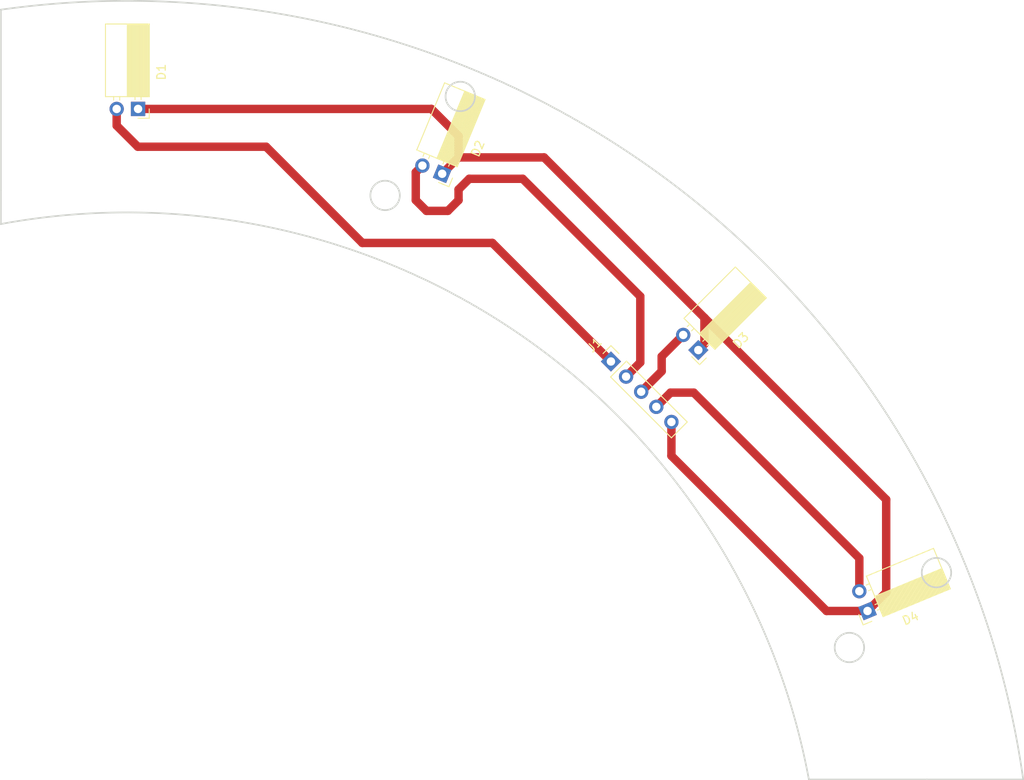
<source format=kicad_pcb>
(kicad_pcb (version 20211014) (generator pcbnew)
  (layers (0 "F.Cu" signal) (31 "B.Cu" signal) (34 "B.Paste" user) (35 "F.Paste" user) (36 "B.SilkS" user "B.Silkscreen") (37 "F.SilkS" user "F.Silkscreen") (38 "B.Mask" user) (39 "F.Mask" user) (44 "Edge.Cuts" user))
  (net 0 "")
  (net 1 "GND")
  (net 2 "Net-(D1-Pad2)")
  (net 3 "Net-(D2-Pad2)")
  (net 4 "Net-(D3-Pad2)")
  (net 5 "Net-(D4-Pad2)")
  (footprint "Connector_PinSocket_2.54mm:PinSocket_1x02_P2.54mm_Horizontal" (layer "F.Cu") (at 1.3 -94.66 -90)
    (fp_text reference "D1" (at -4.38 -2.77 90) (layer "F.SilkS"))
    (fp_text value "LED")
    (fp_line (start -10.09 -0.50143) (end -1.46 -0.50143) (layer "F.SilkS") (width 0.12))
    (fp_line (start -1.46 2.9) (end -1.05 2.9) (layer "F.SilkS") (width 0.12))
    (fp_line (start -10.09 -0.97381) (end -1.46 -0.97381) (layer "F.SilkS") (width 0.12))
    (fp_line (start -1.46 -1.33) (end -1.46 3.87) (layer "F.SilkS") (width 0.12))
    (fp_line (start -10.09 -1.33) (end -10.09 3.87) (layer "F.SilkS") (width 0.12))
    (fp_line (start -10.09 0.91571) (end -1.46 0.91571) (layer "F.SilkS") (width 0.12))
    (fp_line (start -10.09 1.27) (end -1.46 1.27) (layer "F.SilkS") (width 0.12))
    (fp_line (start -10.09 -0.73762) (end -1.46 -0.73762) (layer "F.SilkS") (width 0.12))
    (fp_line (start -10.09 -1.33) (end -1.46 -1.33) (layer "F.SilkS") (width 0.12))
    (fp_line (start -10.09 0.20714) (end -1.46 0.20714) (layer "F.SilkS") (width 0.12))
    (fp_line (start -10.09 -0.26524) (end -1.46 -0.26524) (layer "F.SilkS") (width 0.12))
    (fp_line (start -10.09 3.87) (end -1.46 3.87) (layer "F.SilkS") (width 0.12))
    (fp_line (start -10.09 0.089045) (end -1.46 0.089045) (layer "F.SilkS") (width 0.12))
    (fp_line (start -10.09 0.797615) (end -1.46 0.797615) (layer "F.SilkS") (width 0.12))
    (fp_line (start 0 -1.33) (end 1.11 -1.33) (layer "F.SilkS") (width 0.12))
    (fp_line (start -10.09 0.67952) (end -1.46 0.67952) (layer "F.SilkS") (width 0.12))
    (fp_line (start -10.09 1.1519) (end -1.46 1.1519) (layer "F.SilkS") (width 0.12))
    (fp_line (start -1.46 2.18) (end -1.05 2.18) (layer "F.SilkS") (width 0.12))
    (fp_line (start -10.09 -0.02905) (end -1.46 -0.02905) (layer "F.SilkS") (width 0.12))
    (fp_line (start -10.09 -1.21) (end -1.46 -1.21) (layer "F.SilkS") (width 0.12))
    (fp_line (start -10.09 -0.147145) (end -1.46 -0.147145) (layer "F.SilkS") (width 0.12))
    (fp_line (start -10.09 1.033805) (end -1.46 1.033805) (layer "F.SilkS") (width 0.12))
    (fp_line (start -10.09 -1.091905) (end -1.46 -1.091905) (layer "F.SilkS") (width 0.12))
    (fp_line (start -10.09 0.44333) (end -1.46 0.44333) (layer "F.SilkS") (width 0.12))
    (fp_line (start -10.09 -0.855715) (end -1.46 -0.855715) (layer "F.SilkS") (width 0.12))
    (fp_line (start -10.09 0.325235) (end -1.46 0.325235) (layer "F.SilkS") (width 0.12))
    (fp_line (start 1.11 -1.33) (end 1.11 0) (layer "F.SilkS") (width 0.12))
    (fp_line (start -1.46 -0.36) (end -1.11 -0.36) (layer "F.SilkS") (width 0.12))
    (fp_line (start -1.46 0.36) (end -1.11 0.36) (layer "F.SilkS") (width 0.12))
    (fp_line (start -10.09 0.561425) (end -1.46 0.561425) (layer "F.SilkS") (width 0.12))
    (fp_line (start -10.09 -0.619525) (end -1.46 -0.619525) (layer "F.SilkS") (width 0.12))
    (fp_line (start -10.09 -0.383335) (end -1.46 -0.383335) (layer "F.SilkS") (width 0.12))
    (pad "1" thru_hole rect (at 0 0 270) (size 1.7 1.7) (drill 1) (layers *.Cu *.Mask) (net 1 "GND"))
    (pad "2" thru_hole oval (at 0 2.54 270) (size 1.7 1.7) (drill 1) (layers *.Cu *.Mask) (net 2 "Net-(D1-Pad2)"))
  )
  (footprint "Connector_PinSocket_2.54mm:PinSocket_1x05_P2.54mm_Vertical" (layer "F.Cu") (at 57.473639 -64.657844 45)
    (fp_text reference "J1" (at 0 -2.77 45) (layer "F.SilkS"))
    (fp_text value "Front_LED")
    (fp_line (start 1.33 -1.33) (end 1.33 0) (layer "F.SilkS") (width 0.12))
    (fp_line (start -1.33 11.49) (end 1.33 11.49) (layer "F.SilkS") (width 0.12))
    (fp_line (start -1.33 1.27) (end -1.33 11.49) (layer "F.SilkS") (width 0.12))
    (fp_line (start 1.33 1.27) (end 1.33 11.49) (layer "F.SilkS") (width 0.12))
    (fp_line (start -1.33 1.27) (end 1.33 1.27) (layer "F.SilkS") (width 0.12))
    (fp_line (start 0 -1.33) (end 1.33 -1.33) (layer "F.SilkS") (width 0.12))
    (pad "1" thru_hole rect (at 0 0 45) (size 1.7 1.7) (drill 1) (layers *.Cu *.Mask) (net 2 "Net-(D1-Pad2)"))
    (pad "2" thru_hole oval (at 0 2.54 45) (size 1.7 1.7) (drill 1) (layers *.Cu *.Mask) (net 3 "Net-(D2-Pad2)"))
    (pad "3" thru_hole oval (at 0 5.08 45) (size 1.7 1.7) (drill 1) (layers *.Cu *.Mask) (net 4 "Net-(D3-Pad2)"))
    (pad "4" thru_hole oval (at 0 7.62 45) (size 1.7 1.7) (drill 1) (layers *.Cu *.Mask) (net 5 "Net-(D4-Pad2)"))
    (pad "5" thru_hole oval (at 0 10.16 45) (size 1.7 1.7) (drill 1) (layers *.Cu *.Mask) (net 1 "GND"))
  )
  (footprint "Connector_PinSocket_2.54mm:PinSocket_1x02_P2.54mm_Horizontal" (layer "F.Cu") (at 87.951925 -35.02377 -157.5)
    (fp_text reference "D4" (at -4.38 -2.77 22.5) (layer "F.SilkS"))
    (fp_text value "LED")
    (fp_line (start -10.09 -0.26524) (end -1.46 -0.26524) (layer "F.SilkS") (width 0.12))
    (fp_line (start -10.09 0.67952) (end -1.46 0.67952) (layer "F.SilkS") (width 0.12))
    (fp_line (start -1.46 -0.36) (end -1.11 -0.36) (layer "F.SilkS") (width 0.12))
    (fp_line (start -10.09 -0.619525) (end -1.46 -0.619525) (layer "F.SilkS") (width 0.12))
    (fp_line (start -10.09 -1.33) (end -10.09 3.87) (layer "F.SilkS") (width 0.12))
    (fp_line (start -10.09 1.033805) (end -1.46 1.033805) (layer "F.SilkS") (width 0.12))
    (fp_line (start -1.46 2.18) (end -1.05 2.18) (layer "F.SilkS") (width 0.12))
    (fp_line (start -10.09 1.27) (end -1.46 1.27) (layer "F.SilkS") (width 0.12))
    (fp_line (start -10.09 0.797615) (end -1.46 0.797615) (layer "F.SilkS") (width 0.12))
    (fp_line (start -10.09 0.20714) (end -1.46 0.20714) (layer "F.SilkS") (width 0.12))
    (fp_line (start 1.11 -1.33) (end 1.11 0) (layer "F.SilkS") (width 0.12))
    (fp_line (start -10.09 -0.02905) (end -1.46 -0.02905) (layer "F.SilkS") (width 0.12))
    (fp_line (start -10.09 0.91571) (end -1.46 0.91571) (layer "F.SilkS") (width 0.12))
    (fp_line (start -10.09 0.325235) (end -1.46 0.325235) (layer "F.SilkS") (width 0.12))
    (fp_line (start -10.09 1.1519) (end -1.46 1.1519) (layer "F.SilkS") (width 0.12))
    (fp_line (start -10.09 -0.383335) (end -1.46 -0.383335) (layer "F.SilkS") (width 0.12))
    (fp_line (start -10.09 3.87) (end -1.46 3.87) (layer "F.SilkS") (width 0.12))
    (fp_line (start -10.09 -1.091905) (end -1.46 -1.091905) (layer "F.SilkS") (width 0.12))
    (fp_line (start -10.09 -0.73762) (end -1.46 -0.73762) (layer "F.SilkS") (width 0.12))
    (fp_line (start -10.09 0.561425) (end -1.46 0.561425) (layer "F.SilkS") (width 0.12))
    (fp_line (start -10.09 -0.97381) (end -1.46 -0.97381) (layer "F.SilkS") (width 0.12))
    (fp_line (start 0 -1.33) (end 1.11 -1.33) (layer "F.SilkS") (width 0.12))
    (fp_line (start -10.09 -0.147145) (end -1.46 -0.147145) (layer "F.SilkS") (width 0.12))
    (fp_line (start -1.46 0.36) (end -1.11 0.36) (layer "F.SilkS") (width 0.12))
    (fp_line (start -1.46 -1.33) (end -1.46 3.87) (layer "F.SilkS") (width 0.12))
    (fp_line (start -10.09 -1.33) (end -1.46 -1.33) (layer "F.SilkS") (width 0.12))
    (fp_line (start -10.09 0.089045) (end -1.46 0.089045) (layer "F.SilkS") (width 0.12))
    (fp_line (start -1.46 2.9) (end -1.05 2.9) (layer "F.SilkS") (width 0.12))
    (fp_line (start -10.09 -0.855715) (end -1.46 -0.855715) (layer "F.SilkS") (width 0.12))
    (fp_line (start -10.09 -0.50143) (end -1.46 -0.50143) (layer "F.SilkS") (width 0.12))
    (fp_line (start -10.09 -1.21) (end -1.46 -1.21) (layer "F.SilkS") (width 0.12))
    (fp_line (start -10.09 0.44333) (end -1.46 0.44333) (layer "F.SilkS") (width 0.12))
    (pad "1" thru_hole rect (at 0 0 202.5) (size 1.7 1.7) (drill 1) (layers *.Cu *.Mask) (net 1 "GND"))
    (pad "2" thru_hole oval (at 0 2.54 202.5) (size 1.7 1.7) (drill 1) (layers *.Cu *.Mask) (net 5 "Net-(D4-Pad2)"))
  )
  (footprint "Connector_PinSocket_2.54mm:PinSocket_1x02_P2.54mm_Horizontal" (layer "F.Cu") (at 67.853967 -66.015489 -135)
    (fp_text reference "D3" (at -4.38 -2.77 45) (layer "F.SilkS"))
    (fp_text value "LED")
    (fp_line (start -10.09 0.44333) (end -1.46 0.44333) (layer "F.SilkS") (width 0.12))
    (fp_line (start -10.09 -0.383335) (end -1.46 -0.383335) (layer "F.SilkS") (width 0.12))
    (fp_line (start -10.09 0.91571) (end -1.46 0.91571) (layer "F.SilkS") (width 0.12))
    (fp_line (start -10.09 -0.855715) (end -1.46 -0.855715) (layer "F.SilkS") (width 0.12))
    (fp_line (start -10.09 -0.26524) (end -1.46 -0.26524) (layer "F.SilkS") (width 0.12))
    (fp_line (start -10.09 -0.97381) (end -1.46 -0.97381) (layer "F.SilkS") (width 0.12))
    (fp_line (start -10.09 -0.147145) (end -1.46 -0.147145) (layer "F.SilkS") (width 0.12))
    (fp_line (start -10.09 0.797615) (end -1.46 0.797615) (layer "F.SilkS") (width 0.12))
    (fp_line (start -10.09 0.089045) (end -1.46 0.089045) (layer "F.SilkS") (width 0.12))
    (fp_line (start -10.09 -1.33) (end -1.46 -1.33) (layer "F.SilkS") (width 0.12))
    (fp_line (start -10.09 -0.02905) (end -1.46 -0.02905) (layer "F.SilkS") (width 0.12))
    (fp_line (start -10.09 0.67952) (end -1.46 0.67952) (layer "F.SilkS") (width 0.12))
    (fp_line (start -10.09 -1.21) (end -1.46 -1.21) (layer "F.SilkS") (width 0.12))
    (fp_line (start 1.11 -1.33) (end 1.11 0) (layer "F.SilkS") (width 0.12))
    (fp_line (start 0 -1.33) (end 1.11 -1.33) (layer "F.SilkS") (width 0.12))
    (fp_line (start -10.09 0.20714) (end -1.46 0.20714) (layer "F.SilkS") (width 0.12))
    (fp_line (start -1.46 -1.33) (end -1.46 3.87) (layer "F.SilkS") (width 0.12))
    (fp_line (start -10.09 1.033805) (end -1.46 1.033805) (layer "F.SilkS") (width 0.12))
    (fp_line (start -10.09 -1.091905) (end -1.46 -1.091905) (layer "F.SilkS") (width 0.12))
    (fp_line (start -1.46 -0.36) (end -1.11 -0.36) (layer "F.SilkS") (width 0.12))
    (fp_line (start -1.46 2.9) (end -1.05 2.9) (layer "F.SilkS") (width 0.12))
    (fp_line (start -1.46 2.18) (end -1.05 2.18) (layer "F.SilkS") (width 0.12))
    (fp_line (start -10.09 0.325235) (end -1.46 0.325235) (layer "F.SilkS") (width 0.12))
    (fp_line (start -1.46 0.36) (end -1.11 0.36) (layer "F.SilkS") (width 0.12))
    (fp_line (start -10.09 1.1519) (end -1.46 1.1519) (layer "F.SilkS") (width 0.12))
    (fp_line (start -10.09 1.27) (end -1.46 1.27) (layer "F.SilkS") (width 0.12))
    (fp_line (start -10.09 0.561425) (end -1.46 0.561425) (layer "F.SilkS") (width 0.12))
    (fp_line (start -10.09 -0.73762) (end -1.46 -0.73762) (layer "F.SilkS") (width 0.12))
    (fp_line (start -10.09 -1.33) (end -10.09 3.87) (layer "F.SilkS") (width 0.12))
    (fp_line (start -10.09 -0.619525) (end -1.46 -0.619525) (layer "F.SilkS") (width 0.12))
    (fp_line (start -10.09 3.87) (end -1.46 3.87) (layer "F.SilkS") (width 0.12))
    (fp_line (start -10.09 -0.50143) (end -1.46 -0.50143) (layer "F.SilkS") (width 0.12))
    (pad "1" thru_hole rect (at 0 0 225) (size 1.7 1.7) (drill 1) (layers *.Cu *.Mask) (net 1 "GND"))
    (pad "2" thru_hole oval (at 0 2.54 225) (size 1.7 1.7) (drill 1) (layers *.Cu *.Mask) (net 4 "Net-(D3-Pad2)"))
  )
  (footprint "Connector_PinSocket_2.54mm:PinSocket_1x02_P2.54mm_Horizontal" (layer "F.Cu") (at 37.425857 -86.956948 -112.5)
    (fp_text reference "D2" (at -4.38 -2.77 67.5) (layer "F.SilkS"))
    (fp_text value "LED")
    (fp_line (start -10.09 1.27) (end -1.46 1.27) (layer "F.SilkS") (width 0.12))
    (fp_line (start -10.09 0.20714) (end -1.46 0.20714) (layer "F.SilkS") (width 0.12))
    (fp_line (start -10.09 0.089045) (end -1.46 0.089045) (layer "F.SilkS") (width 0.12))
    (fp_line (start -10.09 0.797615) (end -1.46 0.797615) (layer "F.SilkS") (width 0.12))
    (fp_line (start -10.09 -1.21) (end -1.46 -1.21) (layer "F.SilkS") (width 0.12))
    (fp_line (start -10.09 0.91571) (end -1.46 0.91571) (layer "F.SilkS") (width 0.12))
    (fp_line (start -10.09 -0.26524) (end -1.46 -0.26524) (layer "F.SilkS") (width 0.12))
    (fp_line (start -10.09 -0.02905) (end -1.46 -0.02905) (layer "F.SilkS") (width 0.12))
    (fp_line (start -10.09 -1.33) (end -10.09 3.87) (layer "F.SilkS") (width 0.12))
    (fp_line (start -10.09 -0.383335) (end -1.46 -0.383335) (layer "F.SilkS") (width 0.12))
    (fp_line (start -1.46 0.36) (end -1.11 0.36) (layer "F.SilkS") (width 0.12))
    (fp_line (start -10.09 1.033805) (end -1.46 1.033805) (layer "F.SilkS") (width 0.12))
    (fp_line (start 1.11 -1.33) (end 1.11 0) (layer "F.SilkS") (width 0.12))
    (fp_line (start -10.09 -0.147145) (end -1.46 -0.147145) (layer "F.SilkS") (width 0.12))
    (fp_line (start -10.09 0.44333) (end -1.46 0.44333) (layer "F.SilkS") (width 0.12))
    (fp_line (start -10.09 3.87) (end -1.46 3.87) (layer "F.SilkS") (width 0.12))
    (fp_line (start -10.09 -1.33) (end -1.46 -1.33) (layer "F.SilkS") (width 0.12))
    (fp_line (start -10.09 -0.855715) (end -1.46 -0.855715) (layer "F.SilkS") (width 0.12))
    (fp_line (start -10.09 -0.97381) (end -1.46 -0.97381) (layer "F.SilkS") (width 0.12))
    (fp_line (start -1.46 2.9) (end -1.05 2.9) (layer "F.SilkS") (width 0.12))
    (fp_line (start -10.09 0.325235) (end -1.46 0.325235) (layer "F.SilkS") (width 0.12))
    (fp_line (start -10.09 -0.619525) (end -1.46 -0.619525) (layer "F.SilkS") (width 0.12))
    (fp_line (start -1.46 -1.33) (end -1.46 3.87) (layer "F.SilkS") (width 0.12))
    (fp_line (start -10.09 1.1519) (end -1.46 1.1519) (layer "F.SilkS") (width 0.12))
    (fp_line (start -10.09 -1.091905) (end -1.46 -1.091905) (layer "F.SilkS") (width 0.12))
    (fp_line (start -10.09 0.67952) (end -1.46 0.67952) (layer "F.SilkS") (width 0.12))
    (fp_line (start -1.46 -0.36) (end -1.11 -0.36) (layer "F.SilkS") (width 0.12))
    (fp_line (start -10.09 0.561425) (end -1.46 0.561425) (layer "F.SilkS") (width 0.12))
    (fp_line (start -1.46 2.18) (end -1.05 2.18) (layer "F.SilkS") (width 0.12))
    (fp_line (start -10.09 -0.73762) (end -1.46 -0.73762) (layer "F.SilkS") (width 0.12))
    (fp_line (start -10.09 -0.50143) (end -1.46 -0.50143) (layer "F.SilkS") (width 0.12))
    (fp_line (start 0 -1.33) (end 1.11 -1.33) (layer "F.SilkS") (width 0.12))
    (pad "1" thru_hole rect (at 0 0 247.5) (size 1.7 1.7) (drill 1) (layers *.Cu *.Mask) (net 1 "GND"))
    (pad "2" thru_hole oval (at 0 2.54 247.5) (size 1.7 1.7) (drill 1) (layers *.Cu *.Mask) (net 3 "Net-(D2-Pad2)"))
  )
  (gr_circle (center 30.645555 -84.385589) (end 32.395555 -84.385589) (layer "Edge.Cuts") (width 0.2) (fill none))
  (gr_arc (start -14.999919 -106.448434) (mid 64.663832 -85.876978) (end 106.448422 -15) (layer "Edge.Cuts") (width 0.2))
  (gr_circle (center 96.144099 -39.575476) (end 97.894099 -39.575476) (layer "Edge.Cuts") (width 0.2) (fill none))
  (gr_arc (start -14.999919 -80.987647) (mid 46.660336 -67.873482) (end 80.987632 -15) (layer "Edge.Cuts") (width 0.2))
  (gr_line (start -14.999919 -80.987647) (end -14.999919 -85) (layer "Edge.Cuts") (width 0.2))
  (gr_line (start 106.448422 -15) (end 95.000081 -15) (layer "Edge.Cuts") (width 0.2))
  (gr_line (start 95.000081 -15) (end 80.987632 -15) (layer "Edge.Cuts") (width 0.2))
  (gr_circle (center 39.57555 -96.144012) (end 41.32555 -96.144012) (layer "Edge.Cuts") (width 0.2) (fill none))
  (gr_circle (center 85.799882 -30.681009) (end 87.549882 -30.681009) (layer "Edge.Cuts") (width 0.2) (fill none))
  (gr_line (start -14.999919 -85) (end -14.999919 -106.448434) (layer "Edge.Cuts") (width 0.2))
  (segment (start 39.37 -91.44) (end 36.15 -94.66) (width 1) (layer "F.Cu") (net 1))
  (segment (start 64.657844 -57.473639) (end 64.657844 -53.452156) (width 1) (layer "F.Cu") (net 1))
  (segment (start 39.37 -88.9) (end 49.53 -88.9) (width 1) (layer "F.Cu") (net 1))
  (segment (start 64.657844 -53.452156) (end 83.08623 -35.02377) (width 1) (layer "F.Cu") (net 1))
  (segment (start 39.368909 -88.9) (end 39.37 -88.9) (width 1) (layer "F.Cu") (net 1))
  (segment (start 87.951925 -35.02377) (end 90.17 -37.241845) (width 1) (layer "F.Cu") (net 1))
  (segment (start 68.58 -69.85) (end 68.58 -66.741522) (width 1) (layer "F.Cu") (net 1))
  (segment (start 83.08623 -35.02377) (end 87.951925 -35.02377) (width 1) (layer "F.Cu") (net 1))
  (segment (start 39.37 -88.9) (end 39.37 -91.44) (width 1) (layer "F.Cu") (net 1))
  (segment (start 90.17 -48.26) (end 68.58 -69.85) (width 1) (layer "F.Cu") (net 1))
  (segment (start 68.58 -66.741522) (end 67.853967 -66.015489) (width 1) (layer "F.Cu") (net 1))
  (segment (start 37.425857 -86.956948) (end 39.368909 -88.9) (width 1) (layer "F.Cu") (net 1))
  (segment (start 36.15 -94.66) (end 1.3 -94.66) (width 1) (layer "F.Cu") (net 1))
  (segment (start 90.17 -37.241845) (end 90.17 -48.26) (width 1) (layer "F.Cu") (net 1))
  (segment (start 49.53 -88.9) (end 68.58 -69.85) (width 1) (layer "F.Cu") (net 1))
  (segment (start 27.94 -78.74) (end 16.51 -90.17) (width 1) (layer "F.Cu") (net 2))
  (segment (start 1.27 -90.17) (end -1.24 -92.68) (width 1) (layer "F.Cu") (net 2))
  (segment (start -1.24 -92.68) (end -1.24 -94.66) (width 1) (layer "F.Cu") (net 2))
  (segment (start 16.51 -90.17) (end 1.27 -90.17) (width 1) (layer "F.Cu") (net 2))
  (segment (start 57.473639 -64.657844) (end 43.391483 -78.74) (width 1) (layer "F.Cu") (net 2))
  (segment (start 43.391483 -78.74) (end 27.94 -78.74) (width 1) (layer "F.Cu") (net 2))
  (segment (start 34.29 -87.139761) (end 35.079203 -87.928964) (width 1) (layer "F.Cu") (net 3))
  (segment (start 40.64 -86.36) (end 39.37 -85.09) (width 1) (layer "F.Cu") (net 3))
  (segment (start 59.26969 -62.861793) (end 60.96 -64.552103) (width 1) (layer "F.Cu") (net 3))
  (segment (start 38.1 -82.55) (end 35.56 -82.55) (width 1) (layer "F.Cu") (net 3))
  (segment (start 46.99 -86.36) (end 40.64 -86.36) (width 1) (layer "F.Cu") (net 3))
  (segment (start 35.56 -82.55) (end 34.29 -83.82) (width 1) (layer "F.Cu") (net 3))
  (segment (start 60.96 -64.552103) (end 60.96 -72.39) (width 1) (layer "F.Cu") (net 3))
  (segment (start 60.96 -72.39) (end 46.99 -86.36) (width 1) (layer "F.Cu") (net 3))
  (segment (start 39.37 -83.82) (end 38.1 -82.55) (width 1) (layer "F.Cu") (net 3))
  (segment (start 39.37 -85.09) (end 39.37 -83.82) (width 1) (layer "F.Cu") (net 3))
  (segment (start 34.29 -83.82) (end 34.29 -87.139761) (width 1) (layer "F.Cu") (net 3))
  (segment (start 63.5 -65.253624) (end 66.057916 -67.81154) (width 1) (layer "F.Cu") (net 4))
  (segment (start 63.5 -63.500001) (end 63.5 -65.253624) (width 1) (layer "F.Cu") (net 4))
  (segment (start 61.065741 -61.065742) (end 63.5 -63.500001) (width 1) (layer "F.Cu") (net 4))
  (segment (start 86.979909 -41.290091) (end 67.31 -60.96) (width 1) (layer "F.Cu") (net 5))
  (segment (start 86.979909 -37.370424) (end 86.979909 -41.290091) (width 1) (layer "F.Cu") (net 5))
  (segment (start 67.31 -60.96) (end 64.552103 -60.96) (width 1) (layer "F.Cu") (net 5))
  (segment (start 64.552103 -60.96) (end 62.861793 -59.26969) (width 1) (layer "F.Cu") (net 5))
)
</source>
